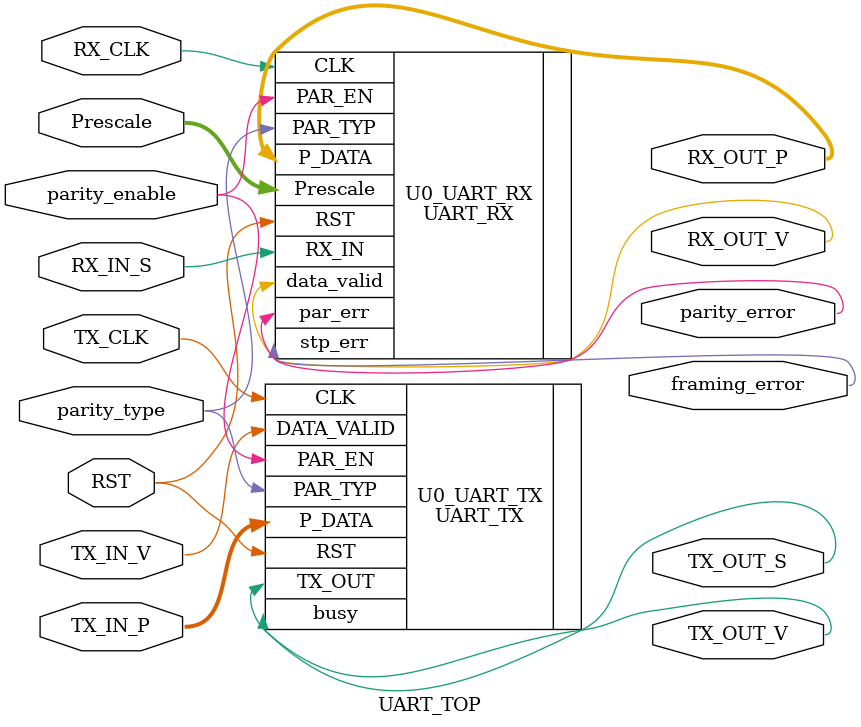
<source format=v>
module UART_TOP # ( parameter DATA_WIDTH = 8)

(
 input   wire                          RST,
 input   wire                          TX_CLK,
 input   wire                          RX_CLK,
 input   wire                          RX_IN_S,
 output  wire   [DATA_WIDTH-1:0]       RX_OUT_P, 
 output  wire                          RX_OUT_V,
 input   wire   [DATA_WIDTH-1:0]       TX_IN_P, 
 input   wire                          TX_IN_V, 
 output  wire                          TX_OUT_S,
 output  wire                          TX_OUT_V,  
 input   wire   [5:0]                  Prescale, 
 input   wire                          parity_enable,
 input   wire                          parity_type,
 output  wire                          parity_error,
 output  wire                          framing_error
);


UART_TX U0_UART_TX (
.CLK(TX_CLK),
.RST(RST),
.P_DATA(TX_IN_P),
.DATA_VALID(TX_IN_V),
.PAR_EN(parity_enable),
.PAR_TYP(parity_type), 
.TX_OUT(TX_OUT_S),
.busy(TX_OUT_V)
);
 
 
UART_RX U0_UART_RX (
.CLK(RX_CLK),
.RST(RST),
.RX_IN(RX_IN_S),
.Prescale(Prescale),
.PAR_EN(parity_enable),
.PAR_TYP(parity_type),
.P_DATA(RX_OUT_P), 
.data_valid(RX_OUT_V),
.par_err(parity_error),
.stp_err(framing_error)
);
 



endmodule
 

</source>
